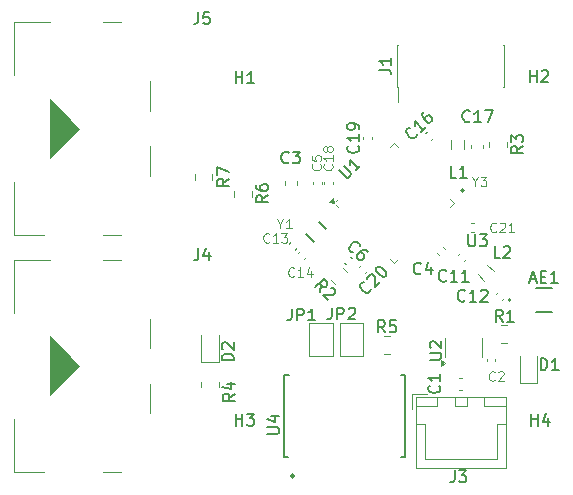
<source format=gbr>
%TF.GenerationSoftware,KiCad,Pcbnew,9.0.0*%
%TF.CreationDate,2025-04-07T16:50:41+02:00*%
%TF.ProjectId,TP_PROJ_S5,54505f50-524f-44a5-9f53-352e6b696361,rev?*%
%TF.SameCoordinates,Original*%
%TF.FileFunction,Legend,Top*%
%TF.FilePolarity,Positive*%
%FSLAX46Y46*%
G04 Gerber Fmt 4.6, Leading zero omitted, Abs format (unit mm)*
G04 Created by KiCad (PCBNEW 9.0.0) date 2025-04-07 16:50:41*
%MOMM*%
%LPD*%
G01*
G04 APERTURE LIST*
%ADD10C,0.150000*%
%ADD11C,0.100000*%
%ADD12C,0.120000*%
%ADD13C,0.200000*%
%ADD14C,0.127000*%
%ADD15C,0.152400*%
G04 APERTURE END LIST*
D10*
X139654819Y-126961904D02*
X140464342Y-126961904D01*
X140464342Y-126961904D02*
X140559580Y-126914285D01*
X140559580Y-126914285D02*
X140607200Y-126866666D01*
X140607200Y-126866666D02*
X140654819Y-126771428D01*
X140654819Y-126771428D02*
X140654819Y-126580952D01*
X140654819Y-126580952D02*
X140607200Y-126485714D01*
X140607200Y-126485714D02*
X140559580Y-126438095D01*
X140559580Y-126438095D02*
X140464342Y-126390476D01*
X140464342Y-126390476D02*
X139654819Y-126390476D01*
X139750057Y-125961904D02*
X139702438Y-125914285D01*
X139702438Y-125914285D02*
X139654819Y-125819047D01*
X139654819Y-125819047D02*
X139654819Y-125580952D01*
X139654819Y-125580952D02*
X139702438Y-125485714D01*
X139702438Y-125485714D02*
X139750057Y-125438095D01*
X139750057Y-125438095D02*
X139845295Y-125390476D01*
X139845295Y-125390476D02*
X139940533Y-125390476D01*
X139940533Y-125390476D02*
X140083390Y-125438095D01*
X140083390Y-125438095D02*
X140654819Y-126009523D01*
X140654819Y-126009523D02*
X140654819Y-125390476D01*
X120066666Y-117554819D02*
X120066666Y-118269104D01*
X120066666Y-118269104D02*
X120019047Y-118411961D01*
X120019047Y-118411961D02*
X119923809Y-118507200D01*
X119923809Y-118507200D02*
X119780952Y-118554819D01*
X119780952Y-118554819D02*
X119685714Y-118554819D01*
X120971428Y-117888152D02*
X120971428Y-118554819D01*
X120733333Y-117507200D02*
X120495238Y-118221485D01*
X120495238Y-118221485D02*
X121114285Y-118221485D01*
X123054819Y-127038094D02*
X122054819Y-127038094D01*
X122054819Y-127038094D02*
X122054819Y-126799999D01*
X122054819Y-126799999D02*
X122102438Y-126657142D01*
X122102438Y-126657142D02*
X122197676Y-126561904D01*
X122197676Y-126561904D02*
X122292914Y-126514285D01*
X122292914Y-126514285D02*
X122483390Y-126466666D01*
X122483390Y-126466666D02*
X122626247Y-126466666D01*
X122626247Y-126466666D02*
X122816723Y-126514285D01*
X122816723Y-126514285D02*
X122911961Y-126561904D01*
X122911961Y-126561904D02*
X123007200Y-126657142D01*
X123007200Y-126657142D02*
X123054819Y-126799999D01*
X123054819Y-126799999D02*
X123054819Y-127038094D01*
X122150057Y-126085713D02*
X122102438Y-126038094D01*
X122102438Y-126038094D02*
X122054819Y-125942856D01*
X122054819Y-125942856D02*
X122054819Y-125704761D01*
X122054819Y-125704761D02*
X122102438Y-125609523D01*
X122102438Y-125609523D02*
X122150057Y-125561904D01*
X122150057Y-125561904D02*
X122245295Y-125514285D01*
X122245295Y-125514285D02*
X122340533Y-125514285D01*
X122340533Y-125514285D02*
X122483390Y-125561904D01*
X122483390Y-125561904D02*
X123054819Y-126133332D01*
X123054819Y-126133332D02*
X123054819Y-125514285D01*
X123154819Y-129866666D02*
X122678628Y-130199999D01*
X123154819Y-130438094D02*
X122154819Y-130438094D01*
X122154819Y-130438094D02*
X122154819Y-130057142D01*
X122154819Y-130057142D02*
X122202438Y-129961904D01*
X122202438Y-129961904D02*
X122250057Y-129914285D01*
X122250057Y-129914285D02*
X122345295Y-129866666D01*
X122345295Y-129866666D02*
X122488152Y-129866666D01*
X122488152Y-129866666D02*
X122583390Y-129914285D01*
X122583390Y-129914285D02*
X122631009Y-129961904D01*
X122631009Y-129961904D02*
X122678628Y-130057142D01*
X122678628Y-130057142D02*
X122678628Y-130438094D01*
X122488152Y-129009523D02*
X123154819Y-129009523D01*
X122107200Y-129247618D02*
X122821485Y-129485713D01*
X122821485Y-129485713D02*
X122821485Y-128866666D01*
X120066666Y-97554819D02*
X120066666Y-98269104D01*
X120066666Y-98269104D02*
X120019047Y-98411961D01*
X120019047Y-98411961D02*
X119923809Y-98507200D01*
X119923809Y-98507200D02*
X119780952Y-98554819D01*
X119780952Y-98554819D02*
X119685714Y-98554819D01*
X121019047Y-97554819D02*
X120542857Y-97554819D01*
X120542857Y-97554819D02*
X120495238Y-98031009D01*
X120495238Y-98031009D02*
X120542857Y-97983390D01*
X120542857Y-97983390D02*
X120638095Y-97935771D01*
X120638095Y-97935771D02*
X120876190Y-97935771D01*
X120876190Y-97935771D02*
X120971428Y-97983390D01*
X120971428Y-97983390D02*
X121019047Y-98031009D01*
X121019047Y-98031009D02*
X121066666Y-98126247D01*
X121066666Y-98126247D02*
X121066666Y-98364342D01*
X121066666Y-98364342D02*
X121019047Y-98459580D01*
X121019047Y-98459580D02*
X120971428Y-98507200D01*
X120971428Y-98507200D02*
X120876190Y-98554819D01*
X120876190Y-98554819D02*
X120638095Y-98554819D01*
X120638095Y-98554819D02*
X120542857Y-98507200D01*
X120542857Y-98507200D02*
X120495238Y-98459580D01*
X122654819Y-111666666D02*
X122178628Y-111999999D01*
X122654819Y-112238094D02*
X121654819Y-112238094D01*
X121654819Y-112238094D02*
X121654819Y-111857142D01*
X121654819Y-111857142D02*
X121702438Y-111761904D01*
X121702438Y-111761904D02*
X121750057Y-111714285D01*
X121750057Y-111714285D02*
X121845295Y-111666666D01*
X121845295Y-111666666D02*
X121988152Y-111666666D01*
X121988152Y-111666666D02*
X122083390Y-111714285D01*
X122083390Y-111714285D02*
X122131009Y-111761904D01*
X122131009Y-111761904D02*
X122178628Y-111857142D01*
X122178628Y-111857142D02*
X122178628Y-112238094D01*
X121654819Y-111333332D02*
X121654819Y-110666666D01*
X121654819Y-110666666D02*
X122654819Y-111095237D01*
X148238095Y-132554819D02*
X148238095Y-131554819D01*
X148238095Y-132031009D02*
X148809523Y-132031009D01*
X148809523Y-132554819D02*
X148809523Y-131554819D01*
X149714285Y-131888152D02*
X149714285Y-132554819D01*
X149476190Y-131507200D02*
X149238095Y-132221485D01*
X149238095Y-132221485D02*
X149857142Y-132221485D01*
X123238095Y-103554819D02*
X123238095Y-102554819D01*
X123238095Y-103031009D02*
X123809523Y-103031009D01*
X123809523Y-103554819D02*
X123809523Y-102554819D01*
X124809523Y-103554819D02*
X124238095Y-103554819D01*
X124523809Y-103554819D02*
X124523809Y-102554819D01*
X124523809Y-102554819D02*
X124428571Y-102697676D01*
X124428571Y-102697676D02*
X124333333Y-102792914D01*
X124333333Y-102792914D02*
X124238095Y-102840533D01*
X131366666Y-122554819D02*
X131366666Y-123269104D01*
X131366666Y-123269104D02*
X131319047Y-123411961D01*
X131319047Y-123411961D02*
X131223809Y-123507200D01*
X131223809Y-123507200D02*
X131080952Y-123554819D01*
X131080952Y-123554819D02*
X130985714Y-123554819D01*
X131842857Y-123554819D02*
X131842857Y-122554819D01*
X131842857Y-122554819D02*
X132223809Y-122554819D01*
X132223809Y-122554819D02*
X132319047Y-122602438D01*
X132319047Y-122602438D02*
X132366666Y-122650057D01*
X132366666Y-122650057D02*
X132414285Y-122745295D01*
X132414285Y-122745295D02*
X132414285Y-122888152D01*
X132414285Y-122888152D02*
X132366666Y-122983390D01*
X132366666Y-122983390D02*
X132319047Y-123031009D01*
X132319047Y-123031009D02*
X132223809Y-123078628D01*
X132223809Y-123078628D02*
X131842857Y-123078628D01*
X132795238Y-122650057D02*
X132842857Y-122602438D01*
X132842857Y-122602438D02*
X132938095Y-122554819D01*
X132938095Y-122554819D02*
X133176190Y-122554819D01*
X133176190Y-122554819D02*
X133271428Y-122602438D01*
X133271428Y-122602438D02*
X133319047Y-122650057D01*
X133319047Y-122650057D02*
X133366666Y-122745295D01*
X133366666Y-122745295D02*
X133366666Y-122840533D01*
X133366666Y-122840533D02*
X133319047Y-122983390D01*
X133319047Y-122983390D02*
X132747619Y-123554819D01*
X132747619Y-123554819D02*
X133366666Y-123554819D01*
X123238095Y-132554819D02*
X123238095Y-131554819D01*
X123238095Y-132031009D02*
X123809523Y-132031009D01*
X123809523Y-132554819D02*
X123809523Y-131554819D01*
X124190476Y-131554819D02*
X124809523Y-131554819D01*
X124809523Y-131554819D02*
X124476190Y-131935771D01*
X124476190Y-131935771D02*
X124619047Y-131935771D01*
X124619047Y-131935771D02*
X124714285Y-131983390D01*
X124714285Y-131983390D02*
X124761904Y-132031009D01*
X124761904Y-132031009D02*
X124809523Y-132126247D01*
X124809523Y-132126247D02*
X124809523Y-132364342D01*
X124809523Y-132364342D02*
X124761904Y-132459580D01*
X124761904Y-132459580D02*
X124714285Y-132507200D01*
X124714285Y-132507200D02*
X124619047Y-132554819D01*
X124619047Y-132554819D02*
X124333333Y-132554819D01*
X124333333Y-132554819D02*
X124238095Y-132507200D01*
X124238095Y-132507200D02*
X124190476Y-132459580D01*
X148138095Y-103454819D02*
X148138095Y-102454819D01*
X148138095Y-102931009D02*
X148709523Y-102931009D01*
X148709523Y-103454819D02*
X148709523Y-102454819D01*
X149138095Y-102550057D02*
X149185714Y-102502438D01*
X149185714Y-102502438D02*
X149280952Y-102454819D01*
X149280952Y-102454819D02*
X149519047Y-102454819D01*
X149519047Y-102454819D02*
X149614285Y-102502438D01*
X149614285Y-102502438D02*
X149661904Y-102550057D01*
X149661904Y-102550057D02*
X149709523Y-102645295D01*
X149709523Y-102645295D02*
X149709523Y-102740533D01*
X149709523Y-102740533D02*
X149661904Y-102883390D01*
X149661904Y-102883390D02*
X149090476Y-103454819D01*
X149090476Y-103454819D02*
X149709523Y-103454819D01*
X127966666Y-122654819D02*
X127966666Y-123369104D01*
X127966666Y-123369104D02*
X127919047Y-123511961D01*
X127919047Y-123511961D02*
X127823809Y-123607200D01*
X127823809Y-123607200D02*
X127680952Y-123654819D01*
X127680952Y-123654819D02*
X127585714Y-123654819D01*
X128442857Y-123654819D02*
X128442857Y-122654819D01*
X128442857Y-122654819D02*
X128823809Y-122654819D01*
X128823809Y-122654819D02*
X128919047Y-122702438D01*
X128919047Y-122702438D02*
X128966666Y-122750057D01*
X128966666Y-122750057D02*
X129014285Y-122845295D01*
X129014285Y-122845295D02*
X129014285Y-122988152D01*
X129014285Y-122988152D02*
X128966666Y-123083390D01*
X128966666Y-123083390D02*
X128919047Y-123131009D01*
X128919047Y-123131009D02*
X128823809Y-123178628D01*
X128823809Y-123178628D02*
X128442857Y-123178628D01*
X129966666Y-123654819D02*
X129395238Y-123654819D01*
X129680952Y-123654819D02*
X129680952Y-122654819D01*
X129680952Y-122654819D02*
X129585714Y-122797676D01*
X129585714Y-122797676D02*
X129490476Y-122892914D01*
X129490476Y-122892914D02*
X129395238Y-122940533D01*
D11*
X145285714Y-116088704D02*
X145247618Y-116126800D01*
X145247618Y-116126800D02*
X145133333Y-116164895D01*
X145133333Y-116164895D02*
X145057142Y-116164895D01*
X145057142Y-116164895D02*
X144942856Y-116126800D01*
X144942856Y-116126800D02*
X144866666Y-116050609D01*
X144866666Y-116050609D02*
X144828571Y-115974419D01*
X144828571Y-115974419D02*
X144790475Y-115822038D01*
X144790475Y-115822038D02*
X144790475Y-115707752D01*
X144790475Y-115707752D02*
X144828571Y-115555371D01*
X144828571Y-115555371D02*
X144866666Y-115479180D01*
X144866666Y-115479180D02*
X144942856Y-115402990D01*
X144942856Y-115402990D02*
X145057142Y-115364895D01*
X145057142Y-115364895D02*
X145133333Y-115364895D01*
X145133333Y-115364895D02*
X145247618Y-115402990D01*
X145247618Y-115402990D02*
X145285714Y-115441085D01*
X145590475Y-115441085D02*
X145628571Y-115402990D01*
X145628571Y-115402990D02*
X145704761Y-115364895D01*
X145704761Y-115364895D02*
X145895237Y-115364895D01*
X145895237Y-115364895D02*
X145971428Y-115402990D01*
X145971428Y-115402990D02*
X146009523Y-115441085D01*
X146009523Y-115441085D02*
X146047618Y-115517276D01*
X146047618Y-115517276D02*
X146047618Y-115593466D01*
X146047618Y-115593466D02*
X146009523Y-115707752D01*
X146009523Y-115707752D02*
X145552380Y-116164895D01*
X145552380Y-116164895D02*
X146047618Y-116164895D01*
X146809523Y-116164895D02*
X146352380Y-116164895D01*
X146580952Y-116164895D02*
X146580952Y-115364895D01*
X146580952Y-115364895D02*
X146504761Y-115479180D01*
X146504761Y-115479180D02*
X146428571Y-115555371D01*
X146428571Y-115555371D02*
X146352380Y-115593466D01*
D10*
X134689208Y-120959074D02*
X134689208Y-121026418D01*
X134689208Y-121026418D02*
X134621864Y-121161105D01*
X134621864Y-121161105D02*
X134554521Y-121228448D01*
X134554521Y-121228448D02*
X134419834Y-121295792D01*
X134419834Y-121295792D02*
X134285147Y-121295792D01*
X134285147Y-121295792D02*
X134184132Y-121262120D01*
X134184132Y-121262120D02*
X134015773Y-121161105D01*
X134015773Y-121161105D02*
X133914758Y-121060090D01*
X133914758Y-121060090D02*
X133813742Y-120891731D01*
X133813742Y-120891731D02*
X133780071Y-120790716D01*
X133780071Y-120790716D02*
X133780071Y-120656029D01*
X133780071Y-120656029D02*
X133847414Y-120521342D01*
X133847414Y-120521342D02*
X133914758Y-120453998D01*
X133914758Y-120453998D02*
X134049445Y-120386655D01*
X134049445Y-120386655D02*
X134116788Y-120386655D01*
X134386162Y-120117281D02*
X134386162Y-120049937D01*
X134386162Y-120049937D02*
X134419834Y-119948922D01*
X134419834Y-119948922D02*
X134588193Y-119780563D01*
X134588193Y-119780563D02*
X134689208Y-119746891D01*
X134689208Y-119746891D02*
X134756551Y-119746891D01*
X134756551Y-119746891D02*
X134857567Y-119780563D01*
X134857567Y-119780563D02*
X134924910Y-119847907D01*
X134924910Y-119847907D02*
X134992254Y-119982594D01*
X134992254Y-119982594D02*
X134992254Y-120790716D01*
X134992254Y-120790716D02*
X135429986Y-120352983D01*
X135160613Y-119208143D02*
X135227956Y-119140800D01*
X135227956Y-119140800D02*
X135328971Y-119107128D01*
X135328971Y-119107128D02*
X135396315Y-119107128D01*
X135396315Y-119107128D02*
X135497330Y-119140800D01*
X135497330Y-119140800D02*
X135665689Y-119241815D01*
X135665689Y-119241815D02*
X135834048Y-119410174D01*
X135834048Y-119410174D02*
X135935063Y-119578532D01*
X135935063Y-119578532D02*
X135968735Y-119679548D01*
X135968735Y-119679548D02*
X135968735Y-119746891D01*
X135968735Y-119746891D02*
X135935063Y-119847906D01*
X135935063Y-119847906D02*
X135867719Y-119915250D01*
X135867719Y-119915250D02*
X135766704Y-119948922D01*
X135766704Y-119948922D02*
X135699361Y-119948922D01*
X135699361Y-119948922D02*
X135598345Y-119915250D01*
X135598345Y-119915250D02*
X135429987Y-119814235D01*
X135429987Y-119814235D02*
X135261628Y-119645876D01*
X135261628Y-119645876D02*
X135160613Y-119477517D01*
X135160613Y-119477517D02*
X135126941Y-119376502D01*
X135126941Y-119376502D02*
X135126941Y-119309158D01*
X135126941Y-119309158D02*
X135160613Y-119208143D01*
X142938095Y-116354819D02*
X142938095Y-117164342D01*
X142938095Y-117164342D02*
X142985714Y-117259580D01*
X142985714Y-117259580D02*
X143033333Y-117307200D01*
X143033333Y-117307200D02*
X143128571Y-117354819D01*
X143128571Y-117354819D02*
X143319047Y-117354819D01*
X143319047Y-117354819D02*
X143414285Y-117307200D01*
X143414285Y-117307200D02*
X143461904Y-117259580D01*
X143461904Y-117259580D02*
X143509523Y-117164342D01*
X143509523Y-117164342D02*
X143509523Y-116354819D01*
X143890476Y-116354819D02*
X144509523Y-116354819D01*
X144509523Y-116354819D02*
X144176190Y-116735771D01*
X144176190Y-116735771D02*
X144319047Y-116735771D01*
X144319047Y-116735771D02*
X144414285Y-116783390D01*
X144414285Y-116783390D02*
X144461904Y-116831009D01*
X144461904Y-116831009D02*
X144509523Y-116926247D01*
X144509523Y-116926247D02*
X144509523Y-117164342D01*
X144509523Y-117164342D02*
X144461904Y-117259580D01*
X144461904Y-117259580D02*
X144414285Y-117307200D01*
X144414285Y-117307200D02*
X144319047Y-117354819D01*
X144319047Y-117354819D02*
X144033333Y-117354819D01*
X144033333Y-117354819D02*
X143938095Y-117307200D01*
X143938095Y-117307200D02*
X143890476Y-117259580D01*
D11*
X143519048Y-111883942D02*
X143519048Y-112264895D01*
X143252381Y-111464895D02*
X143519048Y-111883942D01*
X143519048Y-111883942D02*
X143785714Y-111464895D01*
X143976190Y-111464895D02*
X144471428Y-111464895D01*
X144471428Y-111464895D02*
X144204762Y-111769657D01*
X144204762Y-111769657D02*
X144319047Y-111769657D01*
X144319047Y-111769657D02*
X144395238Y-111807752D01*
X144395238Y-111807752D02*
X144433333Y-111845847D01*
X144433333Y-111845847D02*
X144471428Y-111922038D01*
X144471428Y-111922038D02*
X144471428Y-112112514D01*
X144471428Y-112112514D02*
X144433333Y-112188704D01*
X144433333Y-112188704D02*
X144395238Y-112226800D01*
X144395238Y-112226800D02*
X144319047Y-112264895D01*
X144319047Y-112264895D02*
X144090476Y-112264895D01*
X144090476Y-112264895D02*
X144014285Y-112226800D01*
X144014285Y-112226800D02*
X143976190Y-112188704D01*
X127019048Y-115483942D02*
X127019048Y-115864895D01*
X126752381Y-115064895D02*
X127019048Y-115483942D01*
X127019048Y-115483942D02*
X127285714Y-115064895D01*
X127971428Y-115864895D02*
X127514285Y-115864895D01*
X127742857Y-115864895D02*
X127742857Y-115064895D01*
X127742857Y-115064895D02*
X127666666Y-115179180D01*
X127666666Y-115179180D02*
X127590476Y-115255371D01*
X127590476Y-115255371D02*
X127514285Y-115293466D01*
D10*
X125912901Y-133247450D02*
X126723611Y-133247450D01*
X126723611Y-133247450D02*
X126818989Y-133199762D01*
X126818989Y-133199762D02*
X126866678Y-133152073D01*
X126866678Y-133152073D02*
X126914366Y-133056695D01*
X126914366Y-133056695D02*
X126914366Y-132865940D01*
X126914366Y-132865940D02*
X126866678Y-132770562D01*
X126866678Y-132770562D02*
X126818989Y-132722874D01*
X126818989Y-132722874D02*
X126723611Y-132675185D01*
X126723611Y-132675185D02*
X125912901Y-132675185D01*
X126246723Y-131769097D02*
X126914366Y-131769097D01*
X125865213Y-132007541D02*
X126580545Y-132245985D01*
X126580545Y-132245985D02*
X126580545Y-131626031D01*
X131975750Y-110953246D02*
X132548170Y-111525666D01*
X132548170Y-111525666D02*
X132649185Y-111559338D01*
X132649185Y-111559338D02*
X132716529Y-111559338D01*
X132716529Y-111559338D02*
X132817544Y-111525666D01*
X132817544Y-111525666D02*
X132952231Y-111390979D01*
X132952231Y-111390979D02*
X132985903Y-111289964D01*
X132985903Y-111289964D02*
X132985903Y-111222620D01*
X132985903Y-111222620D02*
X132952231Y-111121605D01*
X132952231Y-111121605D02*
X132379811Y-110549185D01*
X133794025Y-110549185D02*
X133389964Y-110953246D01*
X133591994Y-110751216D02*
X132884888Y-110044109D01*
X132884888Y-110044109D02*
X132918559Y-110212468D01*
X132918559Y-110212468D02*
X132918559Y-110347155D01*
X132918559Y-110347155D02*
X132884888Y-110448170D01*
X125954819Y-113066666D02*
X125478628Y-113399999D01*
X125954819Y-113638094D02*
X124954819Y-113638094D01*
X124954819Y-113638094D02*
X124954819Y-113257142D01*
X124954819Y-113257142D02*
X125002438Y-113161904D01*
X125002438Y-113161904D02*
X125050057Y-113114285D01*
X125050057Y-113114285D02*
X125145295Y-113066666D01*
X125145295Y-113066666D02*
X125288152Y-113066666D01*
X125288152Y-113066666D02*
X125383390Y-113114285D01*
X125383390Y-113114285D02*
X125431009Y-113161904D01*
X125431009Y-113161904D02*
X125478628Y-113257142D01*
X125478628Y-113257142D02*
X125478628Y-113638094D01*
X124954819Y-112209523D02*
X124954819Y-112399999D01*
X124954819Y-112399999D02*
X125002438Y-112495237D01*
X125002438Y-112495237D02*
X125050057Y-112542856D01*
X125050057Y-112542856D02*
X125192914Y-112638094D01*
X125192914Y-112638094D02*
X125383390Y-112685713D01*
X125383390Y-112685713D02*
X125764342Y-112685713D01*
X125764342Y-112685713D02*
X125859580Y-112638094D01*
X125859580Y-112638094D02*
X125907200Y-112590475D01*
X125907200Y-112590475D02*
X125954819Y-112495237D01*
X125954819Y-112495237D02*
X125954819Y-112304761D01*
X125954819Y-112304761D02*
X125907200Y-112209523D01*
X125907200Y-112209523D02*
X125859580Y-112161904D01*
X125859580Y-112161904D02*
X125764342Y-112114285D01*
X125764342Y-112114285D02*
X125526247Y-112114285D01*
X125526247Y-112114285D02*
X125431009Y-112161904D01*
X125431009Y-112161904D02*
X125383390Y-112209523D01*
X125383390Y-112209523D02*
X125335771Y-112304761D01*
X125335771Y-112304761D02*
X125335771Y-112495237D01*
X125335771Y-112495237D02*
X125383390Y-112590475D01*
X125383390Y-112590475D02*
X125431009Y-112638094D01*
X125431009Y-112638094D02*
X125526247Y-112685713D01*
X135883333Y-124654819D02*
X135550000Y-124178628D01*
X135311905Y-124654819D02*
X135311905Y-123654819D01*
X135311905Y-123654819D02*
X135692857Y-123654819D01*
X135692857Y-123654819D02*
X135788095Y-123702438D01*
X135788095Y-123702438D02*
X135835714Y-123750057D01*
X135835714Y-123750057D02*
X135883333Y-123845295D01*
X135883333Y-123845295D02*
X135883333Y-123988152D01*
X135883333Y-123988152D02*
X135835714Y-124083390D01*
X135835714Y-124083390D02*
X135788095Y-124131009D01*
X135788095Y-124131009D02*
X135692857Y-124178628D01*
X135692857Y-124178628D02*
X135311905Y-124178628D01*
X136788095Y-123654819D02*
X136311905Y-123654819D01*
X136311905Y-123654819D02*
X136264286Y-124131009D01*
X136264286Y-124131009D02*
X136311905Y-124083390D01*
X136311905Y-124083390D02*
X136407143Y-124035771D01*
X136407143Y-124035771D02*
X136645238Y-124035771D01*
X136645238Y-124035771D02*
X136740476Y-124083390D01*
X136740476Y-124083390D02*
X136788095Y-124131009D01*
X136788095Y-124131009D02*
X136835714Y-124226247D01*
X136835714Y-124226247D02*
X136835714Y-124464342D01*
X136835714Y-124464342D02*
X136788095Y-124559580D01*
X136788095Y-124559580D02*
X136740476Y-124607200D01*
X136740476Y-124607200D02*
X136645238Y-124654819D01*
X136645238Y-124654819D02*
X136407143Y-124654819D01*
X136407143Y-124654819D02*
X136311905Y-124607200D01*
X136311905Y-124607200D02*
X136264286Y-124559580D01*
X147554819Y-108896666D02*
X147078628Y-109229999D01*
X147554819Y-109468094D02*
X146554819Y-109468094D01*
X146554819Y-109468094D02*
X146554819Y-109087142D01*
X146554819Y-109087142D02*
X146602438Y-108991904D01*
X146602438Y-108991904D02*
X146650057Y-108944285D01*
X146650057Y-108944285D02*
X146745295Y-108896666D01*
X146745295Y-108896666D02*
X146888152Y-108896666D01*
X146888152Y-108896666D02*
X146983390Y-108944285D01*
X146983390Y-108944285D02*
X147031009Y-108991904D01*
X147031009Y-108991904D02*
X147078628Y-109087142D01*
X147078628Y-109087142D02*
X147078628Y-109468094D01*
X146554819Y-108563332D02*
X146554819Y-107944285D01*
X146554819Y-107944285D02*
X146935771Y-108277618D01*
X146935771Y-108277618D02*
X146935771Y-108134761D01*
X146935771Y-108134761D02*
X146983390Y-108039523D01*
X146983390Y-108039523D02*
X147031009Y-107991904D01*
X147031009Y-107991904D02*
X147126247Y-107944285D01*
X147126247Y-107944285D02*
X147364342Y-107944285D01*
X147364342Y-107944285D02*
X147459580Y-107991904D01*
X147459580Y-107991904D02*
X147507200Y-108039523D01*
X147507200Y-108039523D02*
X147554819Y-108134761D01*
X147554819Y-108134761D02*
X147554819Y-108420475D01*
X147554819Y-108420475D02*
X147507200Y-108515713D01*
X147507200Y-108515713D02*
X147459580Y-108563332D01*
X130393817Y-121250480D02*
X130494832Y-120678061D01*
X129989756Y-120846419D02*
X130696863Y-120139313D01*
X130696863Y-120139313D02*
X130966237Y-120408687D01*
X130966237Y-120408687D02*
X130999909Y-120509702D01*
X130999909Y-120509702D02*
X130999909Y-120577045D01*
X130999909Y-120577045D02*
X130966237Y-120678061D01*
X130966237Y-120678061D02*
X130865222Y-120779076D01*
X130865222Y-120779076D02*
X130764206Y-120812748D01*
X130764206Y-120812748D02*
X130696863Y-120812748D01*
X130696863Y-120812748D02*
X130595848Y-120779076D01*
X130595848Y-120779076D02*
X130326474Y-120509702D01*
X131302954Y-120880091D02*
X131370298Y-120880091D01*
X131370298Y-120880091D02*
X131471313Y-120913763D01*
X131471313Y-120913763D02*
X131639672Y-121082122D01*
X131639672Y-121082122D02*
X131673344Y-121183137D01*
X131673344Y-121183137D02*
X131673344Y-121250480D01*
X131673344Y-121250480D02*
X131639672Y-121351496D01*
X131639672Y-121351496D02*
X131572328Y-121418839D01*
X131572328Y-121418839D02*
X131437641Y-121486183D01*
X131437641Y-121486183D02*
X130629519Y-121486183D01*
X130629519Y-121486183D02*
X131067252Y-121923915D01*
X145833333Y-123754819D02*
X145500000Y-123278628D01*
X145261905Y-123754819D02*
X145261905Y-122754819D01*
X145261905Y-122754819D02*
X145642857Y-122754819D01*
X145642857Y-122754819D02*
X145738095Y-122802438D01*
X145738095Y-122802438D02*
X145785714Y-122850057D01*
X145785714Y-122850057D02*
X145833333Y-122945295D01*
X145833333Y-122945295D02*
X145833333Y-123088152D01*
X145833333Y-123088152D02*
X145785714Y-123183390D01*
X145785714Y-123183390D02*
X145738095Y-123231009D01*
X145738095Y-123231009D02*
X145642857Y-123278628D01*
X145642857Y-123278628D02*
X145261905Y-123278628D01*
X146785714Y-123754819D02*
X146214286Y-123754819D01*
X146500000Y-123754819D02*
X146500000Y-122754819D01*
X146500000Y-122754819D02*
X146404762Y-122897676D01*
X146404762Y-122897676D02*
X146309524Y-122992914D01*
X146309524Y-122992914D02*
X146214286Y-123040533D01*
X145633333Y-118354819D02*
X145157143Y-118354819D01*
X145157143Y-118354819D02*
X145157143Y-117354819D01*
X145919048Y-117450057D02*
X145966667Y-117402438D01*
X145966667Y-117402438D02*
X146061905Y-117354819D01*
X146061905Y-117354819D02*
X146300000Y-117354819D01*
X146300000Y-117354819D02*
X146395238Y-117402438D01*
X146395238Y-117402438D02*
X146442857Y-117450057D01*
X146442857Y-117450057D02*
X146490476Y-117545295D01*
X146490476Y-117545295D02*
X146490476Y-117640533D01*
X146490476Y-117640533D02*
X146442857Y-117783390D01*
X146442857Y-117783390D02*
X145871429Y-118354819D01*
X145871429Y-118354819D02*
X146490476Y-118354819D01*
X141933333Y-111554819D02*
X141457143Y-111554819D01*
X141457143Y-111554819D02*
X141457143Y-110554819D01*
X142790476Y-111554819D02*
X142219048Y-111554819D01*
X142504762Y-111554819D02*
X142504762Y-110554819D01*
X142504762Y-110554819D02*
X142409524Y-110697676D01*
X142409524Y-110697676D02*
X142314286Y-110792914D01*
X142314286Y-110792914D02*
X142219048Y-110840533D01*
X141766666Y-136354819D02*
X141766666Y-137069104D01*
X141766666Y-137069104D02*
X141719047Y-137211961D01*
X141719047Y-137211961D02*
X141623809Y-137307200D01*
X141623809Y-137307200D02*
X141480952Y-137354819D01*
X141480952Y-137354819D02*
X141385714Y-137354819D01*
X142147619Y-136354819D02*
X142766666Y-136354819D01*
X142766666Y-136354819D02*
X142433333Y-136735771D01*
X142433333Y-136735771D02*
X142576190Y-136735771D01*
X142576190Y-136735771D02*
X142671428Y-136783390D01*
X142671428Y-136783390D02*
X142719047Y-136831009D01*
X142719047Y-136831009D02*
X142766666Y-136926247D01*
X142766666Y-136926247D02*
X142766666Y-137164342D01*
X142766666Y-137164342D02*
X142719047Y-137259580D01*
X142719047Y-137259580D02*
X142671428Y-137307200D01*
X142671428Y-137307200D02*
X142576190Y-137354819D01*
X142576190Y-137354819D02*
X142290476Y-137354819D01*
X142290476Y-137354819D02*
X142195238Y-137307200D01*
X142195238Y-137307200D02*
X142147619Y-137259580D01*
X135389819Y-102413333D02*
X136104104Y-102413333D01*
X136104104Y-102413333D02*
X136246961Y-102460952D01*
X136246961Y-102460952D02*
X136342200Y-102556190D01*
X136342200Y-102556190D02*
X136389819Y-102699047D01*
X136389819Y-102699047D02*
X136389819Y-102794285D01*
X136389819Y-101413333D02*
X136389819Y-101984761D01*
X136389819Y-101699047D02*
X135389819Y-101699047D01*
X135389819Y-101699047D02*
X135532676Y-101794285D01*
X135532676Y-101794285D02*
X135627914Y-101889523D01*
X135627914Y-101889523D02*
X135675533Y-101984761D01*
X149061905Y-127854819D02*
X149061905Y-126854819D01*
X149061905Y-126854819D02*
X149300000Y-126854819D01*
X149300000Y-126854819D02*
X149442857Y-126902438D01*
X149442857Y-126902438D02*
X149538095Y-126997676D01*
X149538095Y-126997676D02*
X149585714Y-127092914D01*
X149585714Y-127092914D02*
X149633333Y-127283390D01*
X149633333Y-127283390D02*
X149633333Y-127426247D01*
X149633333Y-127426247D02*
X149585714Y-127616723D01*
X149585714Y-127616723D02*
X149538095Y-127711961D01*
X149538095Y-127711961D02*
X149442857Y-127807200D01*
X149442857Y-127807200D02*
X149300000Y-127854819D01*
X149300000Y-127854819D02*
X149061905Y-127854819D01*
X150585714Y-127854819D02*
X150014286Y-127854819D01*
X150300000Y-127854819D02*
X150300000Y-126854819D01*
X150300000Y-126854819D02*
X150204762Y-126997676D01*
X150204762Y-126997676D02*
X150109524Y-127092914D01*
X150109524Y-127092914D02*
X150014286Y-127140533D01*
X133599580Y-108842857D02*
X133647200Y-108890476D01*
X133647200Y-108890476D02*
X133694819Y-109033333D01*
X133694819Y-109033333D02*
X133694819Y-109128571D01*
X133694819Y-109128571D02*
X133647200Y-109271428D01*
X133647200Y-109271428D02*
X133551961Y-109366666D01*
X133551961Y-109366666D02*
X133456723Y-109414285D01*
X133456723Y-109414285D02*
X133266247Y-109461904D01*
X133266247Y-109461904D02*
X133123390Y-109461904D01*
X133123390Y-109461904D02*
X132932914Y-109414285D01*
X132932914Y-109414285D02*
X132837676Y-109366666D01*
X132837676Y-109366666D02*
X132742438Y-109271428D01*
X132742438Y-109271428D02*
X132694819Y-109128571D01*
X132694819Y-109128571D02*
X132694819Y-109033333D01*
X132694819Y-109033333D02*
X132742438Y-108890476D01*
X132742438Y-108890476D02*
X132790057Y-108842857D01*
X133694819Y-107890476D02*
X133694819Y-108461904D01*
X133694819Y-108176190D02*
X132694819Y-108176190D01*
X132694819Y-108176190D02*
X132837676Y-108271428D01*
X132837676Y-108271428D02*
X132932914Y-108366666D01*
X132932914Y-108366666D02*
X132980533Y-108461904D01*
X133694819Y-107414285D02*
X133694819Y-107223809D01*
X133694819Y-107223809D02*
X133647200Y-107128571D01*
X133647200Y-107128571D02*
X133599580Y-107080952D01*
X133599580Y-107080952D02*
X133456723Y-106985714D01*
X133456723Y-106985714D02*
X133266247Y-106938095D01*
X133266247Y-106938095D02*
X132885295Y-106938095D01*
X132885295Y-106938095D02*
X132790057Y-106985714D01*
X132790057Y-106985714D02*
X132742438Y-107033333D01*
X132742438Y-107033333D02*
X132694819Y-107128571D01*
X132694819Y-107128571D02*
X132694819Y-107319047D01*
X132694819Y-107319047D02*
X132742438Y-107414285D01*
X132742438Y-107414285D02*
X132790057Y-107461904D01*
X132790057Y-107461904D02*
X132885295Y-107509523D01*
X132885295Y-107509523D02*
X133123390Y-107509523D01*
X133123390Y-107509523D02*
X133218628Y-107461904D01*
X133218628Y-107461904D02*
X133266247Y-107414285D01*
X133266247Y-107414285D02*
X133313866Y-107319047D01*
X133313866Y-107319047D02*
X133313866Y-107128571D01*
X133313866Y-107128571D02*
X133266247Y-107033333D01*
X133266247Y-107033333D02*
X133218628Y-106985714D01*
X133218628Y-106985714D02*
X133123390Y-106938095D01*
D11*
X131388704Y-110414285D02*
X131426800Y-110452381D01*
X131426800Y-110452381D02*
X131464895Y-110566666D01*
X131464895Y-110566666D02*
X131464895Y-110642857D01*
X131464895Y-110642857D02*
X131426800Y-110757143D01*
X131426800Y-110757143D02*
X131350609Y-110833333D01*
X131350609Y-110833333D02*
X131274419Y-110871428D01*
X131274419Y-110871428D02*
X131122038Y-110909524D01*
X131122038Y-110909524D02*
X131007752Y-110909524D01*
X131007752Y-110909524D02*
X130855371Y-110871428D01*
X130855371Y-110871428D02*
X130779180Y-110833333D01*
X130779180Y-110833333D02*
X130702990Y-110757143D01*
X130702990Y-110757143D02*
X130664895Y-110642857D01*
X130664895Y-110642857D02*
X130664895Y-110566666D01*
X130664895Y-110566666D02*
X130702990Y-110452381D01*
X130702990Y-110452381D02*
X130741085Y-110414285D01*
X131464895Y-109652381D02*
X131464895Y-110109524D01*
X131464895Y-109880952D02*
X130664895Y-109880952D01*
X130664895Y-109880952D02*
X130779180Y-109957143D01*
X130779180Y-109957143D02*
X130855371Y-110033333D01*
X130855371Y-110033333D02*
X130893466Y-110109524D01*
X131007752Y-109195238D02*
X130969657Y-109271428D01*
X130969657Y-109271428D02*
X130931561Y-109309523D01*
X130931561Y-109309523D02*
X130855371Y-109347619D01*
X130855371Y-109347619D02*
X130817276Y-109347619D01*
X130817276Y-109347619D02*
X130741085Y-109309523D01*
X130741085Y-109309523D02*
X130702990Y-109271428D01*
X130702990Y-109271428D02*
X130664895Y-109195238D01*
X130664895Y-109195238D02*
X130664895Y-109042857D01*
X130664895Y-109042857D02*
X130702990Y-108966666D01*
X130702990Y-108966666D02*
X130741085Y-108928571D01*
X130741085Y-108928571D02*
X130817276Y-108890476D01*
X130817276Y-108890476D02*
X130855371Y-108890476D01*
X130855371Y-108890476D02*
X130931561Y-108928571D01*
X130931561Y-108928571D02*
X130969657Y-108966666D01*
X130969657Y-108966666D02*
X131007752Y-109042857D01*
X131007752Y-109042857D02*
X131007752Y-109195238D01*
X131007752Y-109195238D02*
X131045847Y-109271428D01*
X131045847Y-109271428D02*
X131083942Y-109309523D01*
X131083942Y-109309523D02*
X131160133Y-109347619D01*
X131160133Y-109347619D02*
X131312514Y-109347619D01*
X131312514Y-109347619D02*
X131388704Y-109309523D01*
X131388704Y-109309523D02*
X131426800Y-109271428D01*
X131426800Y-109271428D02*
X131464895Y-109195238D01*
X131464895Y-109195238D02*
X131464895Y-109042857D01*
X131464895Y-109042857D02*
X131426800Y-108966666D01*
X131426800Y-108966666D02*
X131388704Y-108928571D01*
X131388704Y-108928571D02*
X131312514Y-108890476D01*
X131312514Y-108890476D02*
X131160133Y-108890476D01*
X131160133Y-108890476D02*
X131083942Y-108928571D01*
X131083942Y-108928571D02*
X131045847Y-108966666D01*
X131045847Y-108966666D02*
X131007752Y-109042857D01*
D10*
X143057142Y-106759580D02*
X143009523Y-106807200D01*
X143009523Y-106807200D02*
X142866666Y-106854819D01*
X142866666Y-106854819D02*
X142771428Y-106854819D01*
X142771428Y-106854819D02*
X142628571Y-106807200D01*
X142628571Y-106807200D02*
X142533333Y-106711961D01*
X142533333Y-106711961D02*
X142485714Y-106616723D01*
X142485714Y-106616723D02*
X142438095Y-106426247D01*
X142438095Y-106426247D02*
X142438095Y-106283390D01*
X142438095Y-106283390D02*
X142485714Y-106092914D01*
X142485714Y-106092914D02*
X142533333Y-105997676D01*
X142533333Y-105997676D02*
X142628571Y-105902438D01*
X142628571Y-105902438D02*
X142771428Y-105854819D01*
X142771428Y-105854819D02*
X142866666Y-105854819D01*
X142866666Y-105854819D02*
X143009523Y-105902438D01*
X143009523Y-105902438D02*
X143057142Y-105950057D01*
X144009523Y-106854819D02*
X143438095Y-106854819D01*
X143723809Y-106854819D02*
X143723809Y-105854819D01*
X143723809Y-105854819D02*
X143628571Y-105997676D01*
X143628571Y-105997676D02*
X143533333Y-106092914D01*
X143533333Y-106092914D02*
X143438095Y-106140533D01*
X144342857Y-105854819D02*
X145009523Y-105854819D01*
X145009523Y-105854819D02*
X144580952Y-106854819D01*
X138579449Y-107888586D02*
X138579449Y-107955930D01*
X138579449Y-107955930D02*
X138512105Y-108090617D01*
X138512105Y-108090617D02*
X138444762Y-108157960D01*
X138444762Y-108157960D02*
X138310075Y-108225304D01*
X138310075Y-108225304D02*
X138175388Y-108225304D01*
X138175388Y-108225304D02*
X138074373Y-108191632D01*
X138074373Y-108191632D02*
X137906014Y-108090617D01*
X137906014Y-108090617D02*
X137804999Y-107989602D01*
X137804999Y-107989602D02*
X137703983Y-107821243D01*
X137703983Y-107821243D02*
X137670312Y-107720228D01*
X137670312Y-107720228D02*
X137670312Y-107585541D01*
X137670312Y-107585541D02*
X137737655Y-107450854D01*
X137737655Y-107450854D02*
X137804999Y-107383510D01*
X137804999Y-107383510D02*
X137939686Y-107316167D01*
X137939686Y-107316167D02*
X138007029Y-107316167D01*
X139320227Y-107282495D02*
X138916166Y-107686556D01*
X139118197Y-107484525D02*
X138411090Y-106777419D01*
X138411090Y-106777419D02*
X138444762Y-106945777D01*
X138444762Y-106945777D02*
X138444762Y-107080464D01*
X138444762Y-107080464D02*
X138411090Y-107181480D01*
X139219212Y-105969296D02*
X139084525Y-106103983D01*
X139084525Y-106103983D02*
X139050854Y-106204999D01*
X139050854Y-106204999D02*
X139050854Y-106272342D01*
X139050854Y-106272342D02*
X139084525Y-106440701D01*
X139084525Y-106440701D02*
X139185541Y-106609060D01*
X139185541Y-106609060D02*
X139454915Y-106878434D01*
X139454915Y-106878434D02*
X139555930Y-106912105D01*
X139555930Y-106912105D02*
X139623273Y-106912105D01*
X139623273Y-106912105D02*
X139724289Y-106878434D01*
X139724289Y-106878434D02*
X139858976Y-106743747D01*
X139858976Y-106743747D02*
X139892647Y-106642731D01*
X139892647Y-106642731D02*
X139892647Y-106575388D01*
X139892647Y-106575388D02*
X139858976Y-106474373D01*
X139858976Y-106474373D02*
X139690617Y-106306014D01*
X139690617Y-106306014D02*
X139589602Y-106272342D01*
X139589602Y-106272342D02*
X139522258Y-106272342D01*
X139522258Y-106272342D02*
X139421243Y-106306014D01*
X139421243Y-106306014D02*
X139286556Y-106440701D01*
X139286556Y-106440701D02*
X139252884Y-106541716D01*
X139252884Y-106541716D02*
X139252884Y-106609060D01*
X139252884Y-106609060D02*
X139286556Y-106710075D01*
D11*
X128185714Y-119888704D02*
X128147618Y-119926800D01*
X128147618Y-119926800D02*
X128033333Y-119964895D01*
X128033333Y-119964895D02*
X127957142Y-119964895D01*
X127957142Y-119964895D02*
X127842856Y-119926800D01*
X127842856Y-119926800D02*
X127766666Y-119850609D01*
X127766666Y-119850609D02*
X127728571Y-119774419D01*
X127728571Y-119774419D02*
X127690475Y-119622038D01*
X127690475Y-119622038D02*
X127690475Y-119507752D01*
X127690475Y-119507752D02*
X127728571Y-119355371D01*
X127728571Y-119355371D02*
X127766666Y-119279180D01*
X127766666Y-119279180D02*
X127842856Y-119202990D01*
X127842856Y-119202990D02*
X127957142Y-119164895D01*
X127957142Y-119164895D02*
X128033333Y-119164895D01*
X128033333Y-119164895D02*
X128147618Y-119202990D01*
X128147618Y-119202990D02*
X128185714Y-119241085D01*
X128947618Y-119964895D02*
X128490475Y-119964895D01*
X128719047Y-119964895D02*
X128719047Y-119164895D01*
X128719047Y-119164895D02*
X128642856Y-119279180D01*
X128642856Y-119279180D02*
X128566666Y-119355371D01*
X128566666Y-119355371D02*
X128490475Y-119393466D01*
X129633333Y-119431561D02*
X129633333Y-119964895D01*
X129442857Y-119126800D02*
X129252380Y-119698228D01*
X129252380Y-119698228D02*
X129747619Y-119698228D01*
X126085714Y-116988704D02*
X126047618Y-117026800D01*
X126047618Y-117026800D02*
X125933333Y-117064895D01*
X125933333Y-117064895D02*
X125857142Y-117064895D01*
X125857142Y-117064895D02*
X125742856Y-117026800D01*
X125742856Y-117026800D02*
X125666666Y-116950609D01*
X125666666Y-116950609D02*
X125628571Y-116874419D01*
X125628571Y-116874419D02*
X125590475Y-116722038D01*
X125590475Y-116722038D02*
X125590475Y-116607752D01*
X125590475Y-116607752D02*
X125628571Y-116455371D01*
X125628571Y-116455371D02*
X125666666Y-116379180D01*
X125666666Y-116379180D02*
X125742856Y-116302990D01*
X125742856Y-116302990D02*
X125857142Y-116264895D01*
X125857142Y-116264895D02*
X125933333Y-116264895D01*
X125933333Y-116264895D02*
X126047618Y-116302990D01*
X126047618Y-116302990D02*
X126085714Y-116341085D01*
X126847618Y-117064895D02*
X126390475Y-117064895D01*
X126619047Y-117064895D02*
X126619047Y-116264895D01*
X126619047Y-116264895D02*
X126542856Y-116379180D01*
X126542856Y-116379180D02*
X126466666Y-116455371D01*
X126466666Y-116455371D02*
X126390475Y-116493466D01*
X127114285Y-116264895D02*
X127609523Y-116264895D01*
X127609523Y-116264895D02*
X127342857Y-116569657D01*
X127342857Y-116569657D02*
X127457142Y-116569657D01*
X127457142Y-116569657D02*
X127533333Y-116607752D01*
X127533333Y-116607752D02*
X127571428Y-116645847D01*
X127571428Y-116645847D02*
X127609523Y-116722038D01*
X127609523Y-116722038D02*
X127609523Y-116912514D01*
X127609523Y-116912514D02*
X127571428Y-116988704D01*
X127571428Y-116988704D02*
X127533333Y-117026800D01*
X127533333Y-117026800D02*
X127457142Y-117064895D01*
X127457142Y-117064895D02*
X127228571Y-117064895D01*
X127228571Y-117064895D02*
X127152380Y-117026800D01*
X127152380Y-117026800D02*
X127114285Y-116988704D01*
D10*
X142657142Y-121959580D02*
X142609523Y-122007200D01*
X142609523Y-122007200D02*
X142466666Y-122054819D01*
X142466666Y-122054819D02*
X142371428Y-122054819D01*
X142371428Y-122054819D02*
X142228571Y-122007200D01*
X142228571Y-122007200D02*
X142133333Y-121911961D01*
X142133333Y-121911961D02*
X142085714Y-121816723D01*
X142085714Y-121816723D02*
X142038095Y-121626247D01*
X142038095Y-121626247D02*
X142038095Y-121483390D01*
X142038095Y-121483390D02*
X142085714Y-121292914D01*
X142085714Y-121292914D02*
X142133333Y-121197676D01*
X142133333Y-121197676D02*
X142228571Y-121102438D01*
X142228571Y-121102438D02*
X142371428Y-121054819D01*
X142371428Y-121054819D02*
X142466666Y-121054819D01*
X142466666Y-121054819D02*
X142609523Y-121102438D01*
X142609523Y-121102438D02*
X142657142Y-121150057D01*
X143609523Y-122054819D02*
X143038095Y-122054819D01*
X143323809Y-122054819D02*
X143323809Y-121054819D01*
X143323809Y-121054819D02*
X143228571Y-121197676D01*
X143228571Y-121197676D02*
X143133333Y-121292914D01*
X143133333Y-121292914D02*
X143038095Y-121340533D01*
X143990476Y-121150057D02*
X144038095Y-121102438D01*
X144038095Y-121102438D02*
X144133333Y-121054819D01*
X144133333Y-121054819D02*
X144371428Y-121054819D01*
X144371428Y-121054819D02*
X144466666Y-121102438D01*
X144466666Y-121102438D02*
X144514285Y-121150057D01*
X144514285Y-121150057D02*
X144561904Y-121245295D01*
X144561904Y-121245295D02*
X144561904Y-121340533D01*
X144561904Y-121340533D02*
X144514285Y-121483390D01*
X144514285Y-121483390D02*
X143942857Y-122054819D01*
X143942857Y-122054819D02*
X144561904Y-122054819D01*
X141057142Y-120259580D02*
X141009523Y-120307200D01*
X141009523Y-120307200D02*
X140866666Y-120354819D01*
X140866666Y-120354819D02*
X140771428Y-120354819D01*
X140771428Y-120354819D02*
X140628571Y-120307200D01*
X140628571Y-120307200D02*
X140533333Y-120211961D01*
X140533333Y-120211961D02*
X140485714Y-120116723D01*
X140485714Y-120116723D02*
X140438095Y-119926247D01*
X140438095Y-119926247D02*
X140438095Y-119783390D01*
X140438095Y-119783390D02*
X140485714Y-119592914D01*
X140485714Y-119592914D02*
X140533333Y-119497676D01*
X140533333Y-119497676D02*
X140628571Y-119402438D01*
X140628571Y-119402438D02*
X140771428Y-119354819D01*
X140771428Y-119354819D02*
X140866666Y-119354819D01*
X140866666Y-119354819D02*
X141009523Y-119402438D01*
X141009523Y-119402438D02*
X141057142Y-119450057D01*
X142009523Y-120354819D02*
X141438095Y-120354819D01*
X141723809Y-120354819D02*
X141723809Y-119354819D01*
X141723809Y-119354819D02*
X141628571Y-119497676D01*
X141628571Y-119497676D02*
X141533333Y-119592914D01*
X141533333Y-119592914D02*
X141438095Y-119640533D01*
X142961904Y-120354819D02*
X142390476Y-120354819D01*
X142676190Y-120354819D02*
X142676190Y-119354819D01*
X142676190Y-119354819D02*
X142580952Y-119497676D01*
X142580952Y-119497676D02*
X142485714Y-119592914D01*
X142485714Y-119592914D02*
X142390476Y-119640533D01*
X133198131Y-117896167D02*
X133130787Y-117896167D01*
X133130787Y-117896167D02*
X132996100Y-117828823D01*
X132996100Y-117828823D02*
X132928757Y-117761480D01*
X132928757Y-117761480D02*
X132861413Y-117626793D01*
X132861413Y-117626793D02*
X132861413Y-117492106D01*
X132861413Y-117492106D02*
X132895085Y-117391091D01*
X132895085Y-117391091D02*
X132996100Y-117222732D01*
X132996100Y-117222732D02*
X133097115Y-117121717D01*
X133097115Y-117121717D02*
X133265474Y-117020701D01*
X133265474Y-117020701D02*
X133366489Y-116987030D01*
X133366489Y-116987030D02*
X133501176Y-116987030D01*
X133501176Y-116987030D02*
X133635863Y-117054373D01*
X133635863Y-117054373D02*
X133703207Y-117121717D01*
X133703207Y-117121717D02*
X133770550Y-117256404D01*
X133770550Y-117256404D02*
X133770550Y-117323747D01*
X134443985Y-117862495D02*
X134309298Y-117727808D01*
X134309298Y-117727808D02*
X134208283Y-117694136D01*
X134208283Y-117694136D02*
X134140940Y-117694136D01*
X134140940Y-117694136D02*
X133972581Y-117727808D01*
X133972581Y-117727808D02*
X133804222Y-117828823D01*
X133804222Y-117828823D02*
X133534848Y-118098197D01*
X133534848Y-118098197D02*
X133501176Y-118199213D01*
X133501176Y-118199213D02*
X133501176Y-118266556D01*
X133501176Y-118266556D02*
X133534848Y-118367571D01*
X133534848Y-118367571D02*
X133669535Y-118502258D01*
X133669535Y-118502258D02*
X133770550Y-118535930D01*
X133770550Y-118535930D02*
X133837894Y-118535930D01*
X133837894Y-118535930D02*
X133938909Y-118502258D01*
X133938909Y-118502258D02*
X134107268Y-118333900D01*
X134107268Y-118333900D02*
X134140940Y-118232884D01*
X134140940Y-118232884D02*
X134140940Y-118165541D01*
X134140940Y-118165541D02*
X134107268Y-118064526D01*
X134107268Y-118064526D02*
X133972581Y-117929839D01*
X133972581Y-117929839D02*
X133871566Y-117896167D01*
X133871566Y-117896167D02*
X133804222Y-117896167D01*
X133804222Y-117896167D02*
X133703207Y-117929839D01*
D11*
X130388704Y-110433332D02*
X130426800Y-110471428D01*
X130426800Y-110471428D02*
X130464895Y-110585713D01*
X130464895Y-110585713D02*
X130464895Y-110661904D01*
X130464895Y-110661904D02*
X130426800Y-110776190D01*
X130426800Y-110776190D02*
X130350609Y-110852380D01*
X130350609Y-110852380D02*
X130274419Y-110890475D01*
X130274419Y-110890475D02*
X130122038Y-110928571D01*
X130122038Y-110928571D02*
X130007752Y-110928571D01*
X130007752Y-110928571D02*
X129855371Y-110890475D01*
X129855371Y-110890475D02*
X129779180Y-110852380D01*
X129779180Y-110852380D02*
X129702990Y-110776190D01*
X129702990Y-110776190D02*
X129664895Y-110661904D01*
X129664895Y-110661904D02*
X129664895Y-110585713D01*
X129664895Y-110585713D02*
X129702990Y-110471428D01*
X129702990Y-110471428D02*
X129741085Y-110433332D01*
X129664895Y-109709523D02*
X129664895Y-110090475D01*
X129664895Y-110090475D02*
X130045847Y-110128571D01*
X130045847Y-110128571D02*
X130007752Y-110090475D01*
X130007752Y-110090475D02*
X129969657Y-110014285D01*
X129969657Y-110014285D02*
X129969657Y-109823809D01*
X129969657Y-109823809D02*
X130007752Y-109747618D01*
X130007752Y-109747618D02*
X130045847Y-109709523D01*
X130045847Y-109709523D02*
X130122038Y-109671428D01*
X130122038Y-109671428D02*
X130312514Y-109671428D01*
X130312514Y-109671428D02*
X130388704Y-109709523D01*
X130388704Y-109709523D02*
X130426800Y-109747618D01*
X130426800Y-109747618D02*
X130464895Y-109823809D01*
X130464895Y-109823809D02*
X130464895Y-110014285D01*
X130464895Y-110014285D02*
X130426800Y-110090475D01*
X130426800Y-110090475D02*
X130388704Y-110128571D01*
D10*
X138933333Y-119659580D02*
X138885714Y-119707200D01*
X138885714Y-119707200D02*
X138742857Y-119754819D01*
X138742857Y-119754819D02*
X138647619Y-119754819D01*
X138647619Y-119754819D02*
X138504762Y-119707200D01*
X138504762Y-119707200D02*
X138409524Y-119611961D01*
X138409524Y-119611961D02*
X138361905Y-119516723D01*
X138361905Y-119516723D02*
X138314286Y-119326247D01*
X138314286Y-119326247D02*
X138314286Y-119183390D01*
X138314286Y-119183390D02*
X138361905Y-118992914D01*
X138361905Y-118992914D02*
X138409524Y-118897676D01*
X138409524Y-118897676D02*
X138504762Y-118802438D01*
X138504762Y-118802438D02*
X138647619Y-118754819D01*
X138647619Y-118754819D02*
X138742857Y-118754819D01*
X138742857Y-118754819D02*
X138885714Y-118802438D01*
X138885714Y-118802438D02*
X138933333Y-118850057D01*
X139790476Y-119088152D02*
X139790476Y-119754819D01*
X139552381Y-118707200D02*
X139314286Y-119421485D01*
X139314286Y-119421485D02*
X139933333Y-119421485D01*
X127733333Y-110259580D02*
X127685714Y-110307200D01*
X127685714Y-110307200D02*
X127542857Y-110354819D01*
X127542857Y-110354819D02*
X127447619Y-110354819D01*
X127447619Y-110354819D02*
X127304762Y-110307200D01*
X127304762Y-110307200D02*
X127209524Y-110211961D01*
X127209524Y-110211961D02*
X127161905Y-110116723D01*
X127161905Y-110116723D02*
X127114286Y-109926247D01*
X127114286Y-109926247D02*
X127114286Y-109783390D01*
X127114286Y-109783390D02*
X127161905Y-109592914D01*
X127161905Y-109592914D02*
X127209524Y-109497676D01*
X127209524Y-109497676D02*
X127304762Y-109402438D01*
X127304762Y-109402438D02*
X127447619Y-109354819D01*
X127447619Y-109354819D02*
X127542857Y-109354819D01*
X127542857Y-109354819D02*
X127685714Y-109402438D01*
X127685714Y-109402438D02*
X127733333Y-109450057D01*
X128066667Y-109354819D02*
X128685714Y-109354819D01*
X128685714Y-109354819D02*
X128352381Y-109735771D01*
X128352381Y-109735771D02*
X128495238Y-109735771D01*
X128495238Y-109735771D02*
X128590476Y-109783390D01*
X128590476Y-109783390D02*
X128638095Y-109831009D01*
X128638095Y-109831009D02*
X128685714Y-109926247D01*
X128685714Y-109926247D02*
X128685714Y-110164342D01*
X128685714Y-110164342D02*
X128638095Y-110259580D01*
X128638095Y-110259580D02*
X128590476Y-110307200D01*
X128590476Y-110307200D02*
X128495238Y-110354819D01*
X128495238Y-110354819D02*
X128209524Y-110354819D01*
X128209524Y-110354819D02*
X128114286Y-110307200D01*
X128114286Y-110307200D02*
X128066667Y-110259580D01*
D11*
X145166667Y-128688704D02*
X145128571Y-128726800D01*
X145128571Y-128726800D02*
X145014286Y-128764895D01*
X145014286Y-128764895D02*
X144938095Y-128764895D01*
X144938095Y-128764895D02*
X144823809Y-128726800D01*
X144823809Y-128726800D02*
X144747619Y-128650609D01*
X144747619Y-128650609D02*
X144709524Y-128574419D01*
X144709524Y-128574419D02*
X144671428Y-128422038D01*
X144671428Y-128422038D02*
X144671428Y-128307752D01*
X144671428Y-128307752D02*
X144709524Y-128155371D01*
X144709524Y-128155371D02*
X144747619Y-128079180D01*
X144747619Y-128079180D02*
X144823809Y-128002990D01*
X144823809Y-128002990D02*
X144938095Y-127964895D01*
X144938095Y-127964895D02*
X145014286Y-127964895D01*
X145014286Y-127964895D02*
X145128571Y-128002990D01*
X145128571Y-128002990D02*
X145166667Y-128041085D01*
X145471428Y-128041085D02*
X145509524Y-128002990D01*
X145509524Y-128002990D02*
X145585714Y-127964895D01*
X145585714Y-127964895D02*
X145776190Y-127964895D01*
X145776190Y-127964895D02*
X145852381Y-128002990D01*
X145852381Y-128002990D02*
X145890476Y-128041085D01*
X145890476Y-128041085D02*
X145928571Y-128117276D01*
X145928571Y-128117276D02*
X145928571Y-128193466D01*
X145928571Y-128193466D02*
X145890476Y-128307752D01*
X145890476Y-128307752D02*
X145433333Y-128764895D01*
X145433333Y-128764895D02*
X145928571Y-128764895D01*
D10*
X140459580Y-129166666D02*
X140507200Y-129214285D01*
X140507200Y-129214285D02*
X140554819Y-129357142D01*
X140554819Y-129357142D02*
X140554819Y-129452380D01*
X140554819Y-129452380D02*
X140507200Y-129595237D01*
X140507200Y-129595237D02*
X140411961Y-129690475D01*
X140411961Y-129690475D02*
X140316723Y-129738094D01*
X140316723Y-129738094D02*
X140126247Y-129785713D01*
X140126247Y-129785713D02*
X139983390Y-129785713D01*
X139983390Y-129785713D02*
X139792914Y-129738094D01*
X139792914Y-129738094D02*
X139697676Y-129690475D01*
X139697676Y-129690475D02*
X139602438Y-129595237D01*
X139602438Y-129595237D02*
X139554819Y-129452380D01*
X139554819Y-129452380D02*
X139554819Y-129357142D01*
X139554819Y-129357142D02*
X139602438Y-129214285D01*
X139602438Y-129214285D02*
X139650057Y-129166666D01*
X140554819Y-128214285D02*
X140554819Y-128785713D01*
X140554819Y-128499999D02*
X139554819Y-128499999D01*
X139554819Y-128499999D02*
X139697676Y-128595237D01*
X139697676Y-128595237D02*
X139792914Y-128690475D01*
X139792914Y-128690475D02*
X139840533Y-128785713D01*
X148163532Y-120169104D02*
X148639722Y-120169104D01*
X148068294Y-120454819D02*
X148401627Y-119454819D01*
X148401627Y-119454819D02*
X148734960Y-120454819D01*
X149068294Y-119931009D02*
X149401627Y-119931009D01*
X149544484Y-120454819D02*
X149068294Y-120454819D01*
X149068294Y-120454819D02*
X149068294Y-119454819D01*
X149068294Y-119454819D02*
X149544484Y-119454819D01*
X150496865Y-120454819D02*
X149925437Y-120454819D01*
X150211151Y-120454819D02*
X150211151Y-119454819D01*
X150211151Y-119454819D02*
X150115913Y-119597676D01*
X150115913Y-119597676D02*
X150020675Y-119692914D01*
X150020675Y-119692914D02*
X149925437Y-119740533D01*
D12*
%TO.C,U2*%
X140939999Y-125960000D02*
X140940000Y-126760000D01*
X140939999Y-125960000D02*
X140940000Y-125160000D01*
X144060001Y-125960000D02*
X144060000Y-126760000D01*
X144060001Y-125960000D02*
X144060000Y-125160000D01*
X140990000Y-127260000D02*
X140660000Y-127500000D01*
X140660000Y-127020000D01*
X140990000Y-127260000D01*
G36*
X140990000Y-127260000D02*
G01*
X140660000Y-127500000D01*
X140660000Y-127020000D01*
X140990000Y-127260000D01*
G37*
D11*
%TO.C,J4*%
X110000000Y-127500000D02*
X107500000Y-130000000D01*
X107500000Y-125000000D01*
X110000000Y-127500000D01*
G36*
X110000000Y-127500000D02*
G01*
X107500000Y-130000000D01*
X107500000Y-125000000D01*
X110000000Y-127500000D01*
G37*
D12*
X116000000Y-129000000D02*
X116000000Y-131500000D01*
X116000000Y-123500000D02*
X116000000Y-126000000D01*
X112000000Y-136500000D02*
X113500000Y-136500000D01*
X112000000Y-118500000D02*
X113500000Y-118500000D01*
X105000000Y-118500000D02*
X107500000Y-118500000D01*
X105000000Y-118500000D02*
X104500000Y-118500000D01*
X104500000Y-136500000D02*
X107000000Y-136500000D01*
X104500000Y-136500000D02*
X104500000Y-132000000D01*
X104500000Y-118500000D02*
X104500000Y-123000000D01*
%TO.C,D2*%
X120315000Y-124862500D02*
X120315000Y-127147500D01*
X121785000Y-127147500D02*
X121785000Y-124862500D01*
X120315000Y-127147500D02*
X121785000Y-127147500D01*
%TO.C,R4*%
X121785000Y-129289564D02*
X121785000Y-128835436D01*
X120315000Y-129289564D02*
X120315000Y-128835436D01*
%TO.C,J5*%
X104500000Y-98400000D02*
X104500000Y-102900000D01*
X104500000Y-116400000D02*
X104500000Y-111900000D01*
X104500000Y-116400000D02*
X107000000Y-116400000D01*
X105000000Y-98400000D02*
X104500000Y-98400000D01*
X105000000Y-98400000D02*
X107500000Y-98400000D01*
X112000000Y-98400000D02*
X113500000Y-98400000D01*
X112000000Y-116400000D02*
X113500000Y-116400000D01*
X116000000Y-103400000D02*
X116000000Y-105900000D01*
X116000000Y-108900000D02*
X116000000Y-111400000D01*
D11*
X110000000Y-107400000D02*
X107500000Y-109900000D01*
X107500000Y-104900000D01*
X110000000Y-107400000D01*
G36*
X110000000Y-107400000D02*
G01*
X107500000Y-109900000D01*
X107500000Y-104900000D01*
X110000000Y-107400000D01*
G37*
D12*
%TO.C,R7*%
X121235000Y-111727064D02*
X121235000Y-111272936D01*
X119765000Y-111727064D02*
X119765000Y-111272936D01*
%TO.C,JP2*%
X134050000Y-123854999D02*
X134050000Y-126654999D01*
X132050000Y-123854999D02*
X134050000Y-123854999D01*
X134050000Y-126654999D02*
X132050000Y-126654999D01*
X132050000Y-126654999D02*
X132050000Y-123854999D01*
%TO.C,JP1*%
X129450000Y-126654999D02*
X129450000Y-123854999D01*
X131450000Y-126654999D02*
X129450000Y-126654999D01*
X129450000Y-123854999D02*
X131450000Y-123854999D01*
X131450000Y-123854999D02*
X131450000Y-126654999D01*
%TO.C,C21*%
X143192164Y-115440000D02*
X143407836Y-115440000D01*
X143192164Y-116160000D02*
X143407836Y-116160000D01*
%TO.C,C20*%
X133871693Y-118949190D02*
X133719190Y-119101693D01*
X134380810Y-119458307D02*
X134228307Y-119610810D01*
D13*
%TO.C,Y3*%
X142550000Y-112655000D02*
G75*
G02*
X142350000Y-112655000I-100000J0D01*
G01*
X142350000Y-112655000D02*
G75*
G02*
X142550000Y-112655000I100000J0D01*
G01*
D14*
%TO.C,Y1*%
X129841403Y-116982064D02*
X129197936Y-116338597D01*
X130902064Y-115921403D02*
X130258597Y-115277936D01*
%TO.C,U4*%
X127650000Y-135230000D02*
X127360000Y-135230000D01*
X127360000Y-135230000D02*
X127360000Y-130714000D01*
X127360000Y-130714000D02*
X127360000Y-128230000D01*
X127360000Y-128230000D02*
X127750000Y-128230000D01*
X137250000Y-135230000D02*
X137540000Y-135230000D01*
X137540000Y-135230000D02*
X137540000Y-128230000D01*
X137540000Y-128230000D02*
X137250000Y-128230000D01*
D13*
X128191419Y-136830000D02*
G75*
G02*
X127908581Y-136830000I-141419J0D01*
G01*
X127908581Y-136830000D02*
G75*
G02*
X128191419Y-136830000I141419J0D01*
G01*
D12*
%TO.C,U1*%
X131870514Y-114045775D02*
X131704344Y-113879605D01*
X136639949Y-118815210D02*
X136304073Y-118479334D01*
X131870514Y-113374023D02*
X131746770Y-113497767D01*
X136975825Y-118479334D02*
X136639949Y-118815210D01*
X136304073Y-108940464D02*
X136639949Y-108604588D01*
X141409384Y-114045775D02*
X141745260Y-113709899D01*
X136639949Y-108604588D02*
X136975825Y-108940464D01*
X141745260Y-113709899D02*
X141409384Y-113374023D01*
X131534638Y-113709899D02*
X131131587Y-113646259D01*
X131470998Y-113306848D01*
X131534638Y-113709899D01*
G36*
X131534638Y-113709899D02*
G01*
X131131587Y-113646259D01*
X131470998Y-113306848D01*
X131534638Y-113709899D01*
G37*
%TO.C,R6*%
X124585000Y-112702936D02*
X124585000Y-113157064D01*
X123115000Y-112702936D02*
X123115000Y-113157064D01*
%TO.C,R5*%
X136277064Y-126465000D02*
X135822936Y-126465000D01*
X136277064Y-124995000D02*
X135822936Y-124995000D01*
%TO.C,R3*%
X146185000Y-108502936D02*
X146185000Y-108957064D01*
X144715000Y-108502936D02*
X144715000Y-108957064D01*
%TO.C,R2*%
X131640835Y-120560282D02*
X131319718Y-120239165D01*
X132680282Y-119520835D02*
X132359165Y-119199718D01*
%TO.C,R1*%
X145735436Y-124075000D02*
X146189564Y-124075000D01*
X145735436Y-125545000D02*
X146189564Y-125545000D01*
%TO.C,L2*%
X144513404Y-118921445D02*
X145078555Y-119486596D01*
X143721445Y-119713404D02*
X144286596Y-120278555D01*
%TO.C,L1*%
X141490000Y-109129622D02*
X141490000Y-108330378D01*
X142610000Y-109129622D02*
X142610000Y-108330378D01*
%TO.C,J3*%
X138200000Y-129860000D02*
X138200000Y-131110000D01*
X138490000Y-130150000D02*
X138490000Y-136120000D01*
X138490000Y-136120000D02*
X146110000Y-136120000D01*
X138500000Y-130160000D02*
X138500000Y-130910000D01*
X138500000Y-130910000D02*
X140299999Y-130910000D01*
X138500000Y-132410000D02*
X139250000Y-132410000D01*
X139250000Y-132410000D02*
X139250000Y-135360000D01*
X139250000Y-135360000D02*
X142300000Y-135360000D01*
X139450000Y-129860000D02*
X138200000Y-129860000D01*
X140300000Y-130159999D02*
X138500000Y-130160000D01*
X140299999Y-130910000D02*
X140300000Y-130159999D01*
X141800000Y-130159999D02*
X141800001Y-130910000D01*
X141800001Y-130910000D02*
X142799999Y-130910000D01*
X142799999Y-130160000D02*
X141800000Y-130159999D01*
X142799999Y-130910000D02*
X142799999Y-130160000D01*
X144300000Y-130159999D02*
X144300001Y-130910000D01*
X144300001Y-130910000D02*
X146100000Y-130910000D01*
X145350000Y-132410000D02*
X145350000Y-135360000D01*
X145350000Y-135360000D02*
X142300000Y-135360000D01*
X146100000Y-130160000D02*
X144300000Y-130159999D01*
X146100000Y-130910000D02*
X146100000Y-130160000D01*
X146100000Y-132410000D02*
X145350000Y-132410000D01*
X146110000Y-130150000D02*
X138490000Y-130150000D01*
X146110000Y-136120000D02*
X146110000Y-130150000D01*
%TO.C,J1*%
X137000000Y-105170000D02*
X136999999Y-103845000D01*
X136934999Y-103845000D02*
X136999999Y-103845000D01*
X136934999Y-103845000D02*
X136934999Y-100315000D01*
X145880001Y-103845000D02*
X145945001Y-103845000D01*
X145945001Y-103845000D02*
X145945001Y-100315000D01*
X136934999Y-100315000D02*
X136999999Y-100315000D01*
X145880001Y-100315000D02*
X145945001Y-100315000D01*
%TO.C,D1*%
X147315000Y-128915000D02*
X148785000Y-128915000D01*
X148785000Y-128915000D02*
X148785000Y-126630000D01*
X147315000Y-126630000D02*
X147315000Y-128915000D01*
%TO.C,C19*%
X134040000Y-108307836D02*
X134040000Y-108092164D01*
X134760000Y-108307836D02*
X134760000Y-108092164D01*
%TO.C,C18*%
X130740000Y-112107836D02*
X130740000Y-111892164D01*
X131460000Y-112107836D02*
X131460000Y-111892164D01*
%TO.C,C17*%
X143140000Y-109070581D02*
X143140000Y-108789419D01*
X144160000Y-109070581D02*
X144160000Y-108789419D01*
%TO.C,C16*%
X139269190Y-107821693D02*
X139421693Y-107669190D01*
X139778307Y-108330810D02*
X139930810Y-108178307D01*
%TO.C,C14*%
X129180810Y-118308307D02*
X129028307Y-118460810D01*
X128671693Y-117799190D02*
X128519190Y-117951693D01*
%TO.C,C13*%
X128380810Y-117508307D02*
X128228307Y-117660810D01*
X127871693Y-116999190D02*
X127719190Y-117151693D01*
%TO.C,C12*%
X145930810Y-121778307D02*
X145778307Y-121930810D01*
X145421693Y-121269190D02*
X145269190Y-121421693D01*
%TO.C,C11*%
X142730810Y-118478307D02*
X142578307Y-118630810D01*
X142221693Y-117969190D02*
X142069190Y-118121693D01*
%TO.C,C6*%
X132928307Y-118249190D02*
X133080810Y-118401693D01*
X132419190Y-118758307D02*
X132571693Y-118910810D01*
%TO.C,C5*%
X129790000Y-112107836D02*
X129790000Y-111892164D01*
X130510000Y-112107836D02*
X130510000Y-111892164D01*
%TO.C,C4*%
X140778307Y-117469190D02*
X140930810Y-117621693D01*
X140269190Y-117978307D02*
X140421693Y-118130810D01*
%TO.C,C3*%
X127440000Y-112140581D02*
X127440000Y-111859419D01*
X128460000Y-112140581D02*
X128460000Y-111859419D01*
%TO.C,C2*%
X145210000Y-126902164D02*
X145210000Y-127117836D01*
X144490000Y-126902164D02*
X144490000Y-127117836D01*
%TO.C,C1*%
X142109419Y-128500000D02*
X142390581Y-128500000D01*
X142109419Y-129520000D02*
X142390581Y-129520000D01*
D15*
%TO.C,AE1*%
X146510799Y-121900000D02*
G75*
G02*
X146358401Y-121900000I-76199J0D01*
G01*
X146358401Y-121900000D02*
G75*
G02*
X146510799Y-121900000I76199J0D01*
G01*
X148647149Y-122928700D02*
X150013249Y-122928700D01*
X150013249Y-120871300D02*
X148647149Y-120871300D01*
%TD*%
M02*

</source>
